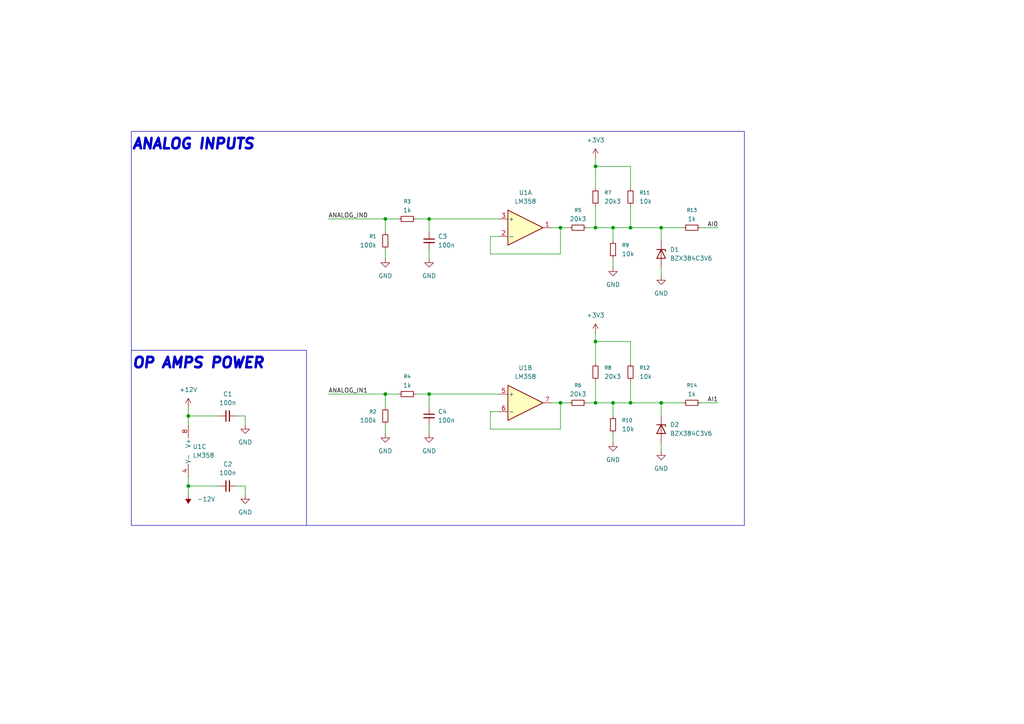
<source format=kicad_sch>
(kicad_sch (version 20250114) (generator "eeschema") (generator_version "9.0")
  (paper "A4")
  (title_block (title "PLC on STM - Analog IO Shield") (date "2025-12-27") (company "Author: Grzegorz Potocki"))
  (lib_symbols
    (symbol "Amplifier_Operational:LM358" (pin_names (offset 0.127))
      (property "Reference" "U" (at 0 5.08 0))
      (property "Value" "LM358" (at 0 -5.08 0))
      (symbol "LM358_1_1"
        (polyline (pts (xy -5.08 5.08) (xy 5.08 0) (xy -5.08 -5.08) (xy -5.08 5.08)) (stroke (width 0.254)) (fill (type background)))
        (pin input line (at -7.62 2.54 0) (length 2.54) (name "+") (number "3"))
        (pin input line (at -7.62 -2.54 0) (length 2.54) (name "-") (number "2"))
        (pin output line (at 7.62 0 180) (length 2.54) (name "~") (number "1"))
      )
      (symbol "LM358_2_1"
        (polyline (pts (xy -5.08 5.08) (xy 5.08 0) (xy -5.08 -5.08) (xy -5.08 5.08)) (stroke (width 0.254)) (fill (type background)))
        (pin input line (at -7.62 2.54 0) (length 2.54) (name "+") (number "5"))
        (pin input line (at -7.62 -2.54 0) (length 2.54) (name "-") (number "6"))
        (pin output line (at 7.62 0 180) (length 2.54) (name "~") (number "7"))
      )
      (symbol "LM358_3_1"
        (pin power_in line (at -2.54 7.62 270) (length 3.81) (name "V+") (number "8"))
        (pin power_in line (at -2.54 -7.62 90) (length 3.81) (name "V-") (number "4"))
      )
    )
    (symbol "Device:C_Small" (pin_numbers (hide yes)) (pin_names (offset 0.254) (hide yes))
      (property "Reference" "C" (at 0.254 1.778 0))
      (property "Value" "C_Small" (at 0.254 -2.032 0))
      (symbol "C_Small_0_1"
        (polyline (pts (xy -1.524 0.508) (xy 1.524 0.508)) (stroke (width 0.3048)))
        (polyline (pts (xy -1.524 -0.508) (xy 1.524 -0.508)) (stroke (width 0.3302)))
      )
      (symbol "C_Small_1_1"
        (pin passive line (at 0 2.54 270) (length 2.032) (name "~") (number "1"))
        (pin passive line (at 0 -2.54 90) (length 2.032) (name "~") (number "2"))
      )
    )
    (symbol "Diode:BZX384xxxx" (pin_numbers (hide yes)) (pin_names (hide yes))
      (property "Reference" "D" (at 0 2.54 0))
      (property "Value" "BZX384xxxx" (at 0 -2.54 0))
      (symbol "BZX384xxxx_0_1"
        (polyline (pts (xy -1.27 -1.27) (xy -1.27 1.27) (xy -0.762 1.27)) (stroke (width 0.254)))
        (polyline (pts (xy 1.27 0) (xy -1.27 0)))
        (polyline (pts (xy 1.27 -1.27) (xy 1.27 1.27) (xy -1.27 0) (xy 1.27 -1.27)) (stroke (width 0.254)))
      )
      (symbol "BZX384xxxx_1_1"
        (pin passive line (at -3.81 0 0) (length 2.54) (name "K") (number "1"))
        (pin passive line (at 3.81 0 180) (length 2.54) (name "A") (number "2"))
      )
    )
    (symbol "R_Small_1" (pin_numbers (hide yes)) (pin_names (offset 0.254) (hide yes))
      (property "Reference" "R" (at 0 0 90))
      (property "Value" "R_Small" (at 1.778 0 90))
      (symbol "R_Small_1_0_1"
        (rectangle (start -0.762 1.778) (end 0.762 -1.778) (stroke (width 0.2032)))
      )
      (symbol "R_Small_1_1_1"
        (pin passive line (at 0 2.54 270) (length 0.762) (name "~") (number "1"))
        (pin passive line (at 0 -2.54 90) (length 0.762) (name "~") (number "2"))
      )
    )
    (symbol "power:+12V" (power) (pin_numbers (hide yes)) (pin_names (offset 0) (hide yes))
      (property "Value" "+12V" (at 0 3.556 0))
      (symbol "+12V_0_1"
        (polyline (pts (xy -0.762 1.27) (xy 0 2.54)))
        (polyline (pts (xy 0 2.54) (xy 0.762 1.27)))
        (polyline (pts (xy 0 0) (xy 0 2.54)))
      )
      (symbol "+12V_1_1"
        (pin power_in line (at 0 0 90) (length 0) (name "~") (number "1"))
      )
    )
    (symbol "power:+3V3" (power) (pin_numbers (hide yes)) (pin_names (offset 0) (hide yes))
      (property "Value" "+3V3" (at 0 3.556 0))
      (symbol "+3V3_0_1"
        (polyline (pts (xy -0.762 1.27) (xy 0 2.54)))
        (polyline (pts (xy 0 2.54) (xy 0.762 1.27)))
        (polyline (pts (xy 0 0) (xy 0 2.54)))
      )
      (symbol "+3V3_1_1"
        (pin power_in line (at 0 0 90) (length 0) (name "~") (number "1"))
      )
    )
    (symbol "power:-12V" (power) (pin_numbers (hide yes)) (pin_names (offset 0) (hide yes))
      (property "Value" "-12V" (at 0 3.556 0))
      (symbol "-12V_0_0"
        (pin power_in line (at 0 0 90) (length 0) (name "~") (number "1"))
      )
      (symbol "-12V_0_1"
        (polyline (pts (xy 0 0) (xy 0 1.27) (xy 0.762 1.27) (xy 0 2.54) (xy -0.762 1.27) (xy 0 1.27)) (fill (type outline)))
      )
    )
    (symbol "power:GND" (power) (pin_numbers (hide yes)) (pin_names (offset 0) (hide yes))
      (property "Value" "GND" (at 0 -3.81 0))
      (symbol "GND_0_1"
        (polyline (pts (xy 0 0) (xy 0 -1.27) (xy 1.27 -1.27) (xy 0 -2.54) (xy -1.27 -1.27) (xy 0 -1.27)))
      )
      (symbol "GND_1_1"
        (pin power_in line (at 0 0 270) (length 0) (name "~") (number "1"))
      )
    )
  )
  (rectangle (start 38.1 38.1) (end 215.9 152.4))
  (text "OP AMPS POWER" (at 38.1 105.41 0) (effects (font (size 3 3) (thickness 2) (bold yes) (italic yes)) (justify left)))
  (text "ANALOG INPUTS" (at 38.1 41.91 0) (effects (font (size 3 3) (thickness 2) (bold yes) (italic yes)) (justify left)))
  (junction (at 54.61 140.97))
  (junction (at 111.76 114.3))
  (junction (at 162.56 116.84))
  (junction (at 172.72 48.26))
  (junction (at 162.56 66.04))
  (junction (at 124.46 63.5))
  (junction (at 124.46 114.3))
  (junction (at 191.77 116.84))
  (junction (at 54.61 120.65))
  (junction (at 182.88 66.04))
  (junction (at 172.72 116.84))
  (junction (at 182.88 116.84))
  (junction (at 191.77 66.04))
  (junction (at 177.8 66.04))
  (junction (at 177.8 116.84))
  (junction (at 111.76 63.5))
  (junction (at 172.72 99.06))
  (junction (at 172.72 66.04))
  (wire (pts (xy 172.72 99.06) (xy 182.88 99.06)))
  (wire (pts (xy 54.61 118.11) (xy 54.61 120.65)))
  (wire (pts (xy 162.56 73.66) (xy 162.56 66.04)))
  (wire (pts (xy 120.65 63.5) (xy 124.46 63.5)))
  (wire (pts (xy 54.61 138.43) (xy 54.61 140.97)))
  (wire (pts (xy 54.61 120.65) (xy 54.61 123.19)))
  (wire (pts (xy 111.76 63.5) (xy 115.57 63.5)))
  (wire (pts (xy 111.76 72.39) (xy 111.76 74.93)))
  (wire (pts (xy 172.72 116.84) (xy 177.8 116.84)))
  (wire (pts (xy 142.24 124.46) (xy 162.56 124.46)))
  (wire (pts (xy 191.77 66.04) (xy 191.77 69.85)))
  (wire (pts (xy 177.8 74.93) (xy 177.8 77.47)))
  (wire (pts (xy 142.24 73.66) (xy 162.56 73.66)))
  (wire (pts (xy 95.25 63.5) (xy 111.76 63.5)))
  (wire (pts (xy 191.77 77.47) (xy 191.77 80.01)))
  (wire (pts (xy 162.56 124.46) (xy 162.56 116.84)))
  (wire (pts (xy 111.76 123.19) (xy 111.76 125.73)))
  (wire (pts (xy 177.8 125.73) (xy 177.8 128.27)))
  (wire (pts (xy 124.46 72.39) (xy 124.46 74.93)))
  (wire (pts (xy 71.12 120.65) (xy 71.12 123.19)))
  (wire (pts (xy 177.8 116.84) (xy 182.88 116.84)))
  (wire (pts (xy 182.88 66.04) (xy 191.77 66.04)))
  (wire (pts (xy 191.77 128.27) (xy 191.77 130.81)))
  (wire (pts (xy 124.46 123.19) (xy 124.46 125.73)))
  (wire (pts (xy 124.46 114.3) (xy 124.46 118.11)))
  (wire (pts (xy 172.72 45.72) (xy 172.72 48.26)))
  (wire (pts (xy 172.72 66.04) (xy 177.8 66.04)))
  (wire (pts (xy 160.02 116.84) (xy 162.56 116.84)))
  (wire (pts (xy 111.76 63.5) (xy 111.76 67.31)))
  (wire (pts (xy 142.24 68.58) (xy 142.24 73.66)))
  (wire (pts (xy 191.77 66.04) (xy 198.12 66.04)))
  (wire (pts (xy 111.76 114.3) (xy 115.57 114.3)))
  (wire (pts (xy 142.24 119.38) (xy 142.24 124.46)))
  (wire (pts (xy 162.56 66.04) (xy 165.1 66.04)))
  (wire (pts (xy 172.72 110.49) (xy 172.72 116.84)))
  (wire (pts (xy 203.2 116.84) (xy 208.28 116.84)))
  (wire (pts (xy 144.78 119.38) (xy 142.24 119.38)))
  (wire (pts (xy 54.61 140.97) (xy 63.5 140.97)))
  (wire (pts (xy 191.77 116.84) (xy 198.12 116.84)))
  (wire (pts (xy 172.72 59.69) (xy 172.72 66.04)))
  (wire (pts (xy 203.2 66.04) (xy 208.28 66.04)))
  (polyline (pts (xy 38.1 101.6) (xy 88.9 101.6)))
  (wire (pts (xy 177.8 66.04) (xy 177.8 69.85)))
  (wire (pts (xy 182.88 48.26) (xy 182.88 54.61)))
  (wire (pts (xy 144.78 68.58) (xy 142.24 68.58)))
  (wire (pts (xy 111.76 114.3) (xy 111.76 118.11)))
  (wire (pts (xy 182.88 99.06) (xy 182.88 105.41)))
  (wire (pts (xy 191.77 116.84) (xy 191.77 120.65)))
  (wire (pts (xy 182.88 116.84) (xy 191.77 116.84)))
  (wire (pts (xy 177.8 66.04) (xy 182.88 66.04)))
  (wire (pts (xy 182.88 110.49) (xy 182.88 116.84)))
  (wire (pts (xy 177.8 116.84) (xy 177.8 120.65)))
  (polyline (pts (xy 88.9 152.4) (xy 88.9 101.6)))
  (wire (pts (xy 124.46 114.3) (xy 144.78 114.3)))
  (wire (pts (xy 172.72 96.52) (xy 172.72 99.06)))
  (wire (pts (xy 120.65 114.3) (xy 124.46 114.3)))
  (wire (pts (xy 170.18 66.04) (xy 172.72 66.04)))
  (wire (pts (xy 172.72 99.06) (xy 172.72 105.41)))
  (wire (pts (xy 68.58 120.65) (xy 71.12 120.65)))
  (wire (pts (xy 170.18 116.84) (xy 172.72 116.84)))
  (wire (pts (xy 172.72 48.26) (xy 182.88 48.26)))
  (wire (pts (xy 182.88 59.69) (xy 182.88 66.04)))
  (wire (pts (xy 71.12 140.97) (xy 71.12 143.51)))
  (wire (pts (xy 68.58 140.97) (xy 71.12 140.97)))
  (wire (pts (xy 54.61 120.65) (xy 63.5 120.65)))
  (wire (pts (xy 124.46 63.5) (xy 144.78 63.5)))
  (wire (pts (xy 160.02 66.04) (xy 162.56 66.04)))
  (wire (pts (xy 95.25 114.3) (xy 111.76 114.3)))
  (wire (pts (xy 54.61 140.97) (xy 54.61 143.51)))
  (wire (pts (xy 162.56 116.84) (xy 165.1 116.84)))
  (wire (pts (xy 172.72 48.26) (xy 172.72 54.61)))
  (wire (pts (xy 124.46 63.5) (xy 124.46 67.31)))
  (label "AI1" (at 208.28 116.84 180))
  (label "AI0" (at 208.28 66.04 180))
  (label "ANALOG_IN0" (at 95.25 63.5 0))
  (label "ANALOG_IN1" (at 95.25 114.3 0))
  (symbol (lib_id "power:GND") (at 71.12 123.19 0) (unit 1)
    (property "Reference" "#PWR03" (effects (hide yes)))
    (property "Value" "GND" (at 71.12 128.27 0))
    (property "Description" "Power symbol creates a global label with name \"GND\" , ground" (effects (hide yes)))
  )
  (symbol (lib_name "R_Small_1") (lib_id "Device:R_Small") (at 167.64 116.84 90) (unit 1)
    (property "Reference" "R6" (at 167.64 111.76 90) (effects (font (size 1.016 1.016))))
    (property "Value" "20k3" (at 167.64 114.3 90))
    (property "Footprint" "Resistor_SMD:R_0603_1608Metric_Pad0.98x0.95mm_HandSolder" (effects (hide yes)))
    (property "Datasheet" "https://www.vishay.com/docs/20035/dcrcwe3.pdf" (effects (hide yes)))
    (property "Description" "Resistor, small symbol" (effects (hide yes)))
    (property "Mouser Part Number" "71-CRCW06031K00FKED" (effects (hide yes)))
    (property "Mouser Price/Stock" "https://www.mouser.pl/ProductDetail/Vishay-Dale/CRCW06031K00FKED?qs=sGAEpiMZZMtlubZbdhIBIKbhzOdzan%2FGTch9K0lp5pQ%3D" (effects (hide yes)))
  )
  (symbol (lib_id "power:GND") (at 111.76 125.73 0) (unit 1)
    (property "Reference" "#PWR06" (effects (hide yes)))
    (property "Value" "GND" (at 111.76 130.81 0))
    (property "Description" "Power symbol creates a global label with name \"GND\" , ground" (effects (hide yes)))
  )
  (symbol (lib_name "R_Small_1") (lib_id "Device:R_Small") (at 182.88 57.15 180) (unit 1)
    (property "Reference" "R11" (at 185.42 55.8799 0) (effects (font (size 1.016 1.016)) (justify right)))
    (property "Value" "10k" (at 185.42 58.4199 0) (effects (justify right)))
    (property "Footprint" "Resistor_SMD:R_0603_1608Metric_Pad0.98x0.95mm_HandSolder" (effects (hide yes)))
    (property "Datasheet" "https://www.vishay.com/docs/20035/dcrcwe3.pdf" (effects (hide yes)))
    (property "Description" "Resistor, small symbol" (effects (hide yes)))
    (property "Mouser Part Number" "71-CRCW06031K00FKED" (effects (hide yes)))
    (property "Mouser Price/Stock" "https://www.mouser.pl/ProductDetail/Vishay-Dale/CRCW06031K00FKED?qs=sGAEpiMZZMtlubZbdhIBIKbhzOdzan%2FGTch9K0lp5pQ%3D" (effects (hide yes)))
  )
  (symbol (lib_name "R_Small_1") (lib_id "Device:R_Small") (at 177.8 123.19 180) (unit 1)
    (property "Reference" "R10" (at 180.34 121.9199 0) (effects (font (size 1.016 1.016)) (justify right)))
    (property "Value" "10k" (at 180.34 124.4599 0) (effects (justify right)))
    (property "Footprint" "Resistor_SMD:R_0603_1608Metric_Pad0.98x0.95mm_HandSolder" (effects (hide yes)))
    (property "Datasheet" "https://www.vishay.com/docs/20035/dcrcwe3.pdf" (effects (hide yes)))
    (property "Description" "Resistor, small symbol" (effects (hide yes)))
    (property "Mouser Part Number" "71-CRCW06031K00FKED" (effects (hide yes)))
    (property "Mouser Price/Stock" "https://www.mouser.pl/ProductDetail/Vishay-Dale/CRCW06031K00FKED?qs=sGAEpiMZZMtlubZbdhIBIKbhzOdzan%2FGTch9K0lp5pQ%3D" (effects (hide yes)))
  )
  (symbol (lib_id "power:GND") (at 71.12 143.51 0) (unit 1)
    (property "Reference" "#PWR04" (effects (hide yes)))
    (property "Value" "GND" (at 71.12 148.59 0))
    (property "Description" "Power symbol creates a global label with name \"GND\" , ground" (effects (hide yes)))
  )
  (symbol (lib_id "power:-12V") (at 54.61 143.51 180) (unit 1)
    (property "Reference" "#PWR02" (effects (hide yes)))
    (property "Value" "-12V" (at 57.15 144.7799 0) (effects (justify right)))
    (property "Description" "Power symbol creates a global label with name \"-12V\"" (effects (hide yes)))
  )
  (symbol (lib_name "R_Small_1") (lib_id "Device:R_Small") (at 167.64 66.04 90) (unit 1)
    (property "Reference" "R5" (at 167.64 60.96 90) (effects (font (size 1.016 1.016))))
    (property "Value" "20k3" (at 167.64 63.5 90))
    (property "Footprint" "Resistor_SMD:R_0603_1608Metric_Pad0.98x0.95mm_HandSolder" (effects (hide yes)))
    (property "Datasheet" "https://www.vishay.com/docs/20035/dcrcwe3.pdf" (effects (hide yes)))
    (property "Description" "Resistor, small symbol" (effects (hide yes)))
    (property "Mouser Part Number" "71-CRCW06031K00FKED" (effects (hide yes)))
    (property "Mouser Price/Stock" "https://www.mouser.pl/ProductDetail/Vishay-Dale/CRCW06031K00FKED?qs=sGAEpiMZZMtlubZbdhIBIKbhzOdzan%2FGTch9K0lp5pQ%3D" (effects (hide yes)))
  )
  (symbol (lib_id "Device:C_Small") (at 66.04 140.97 90) (unit 1)
    (property "Reference" "C2" (at 66.0463 134.62 90))
    (property "Value" "100n" (at 66.0463 137.16 90))
    (property "Description" "Unpolarized capacitor, small symbol" (effects (hide yes)))
  )
  (symbol (lib_id "power:GND") (at 191.77 130.81 0) (unit 1)
    (property "Reference" "#PWR014" (effects (hide yes)))
    (property "Value" "GND" (at 191.77 135.89 0))
    (property "Description" "Power symbol creates a global label with name \"GND\" , ground" (effects (hide yes)))
  )
  (symbol (lib_name "R_Small_1") (lib_id "Device:R_Small") (at 177.8 72.39 180) (unit 1)
    (property "Reference" "R9" (at 180.34 71.1199 0) (effects (font (size 1.016 1.016)) (justify right)))
    (property "Value" "10k" (at 180.34 73.6599 0) (effects (justify right)))
    (property "Footprint" "Resistor_SMD:R_0603_1608Metric_Pad0.98x0.95mm_HandSolder" (effects (hide yes)))
    (property "Datasheet" "https://www.vishay.com/docs/20035/dcrcwe3.pdf" (effects (hide yes)))
    (property "Description" "Resistor, small symbol" (effects (hide yes)))
    (property "Mouser Part Number" "71-CRCW06031K00FKED" (effects (hide yes)))
    (property "Mouser Price/Stock" "https://www.mouser.pl/ProductDetail/Vishay-Dale/CRCW06031K00FKED?qs=sGAEpiMZZMtlubZbdhIBIKbhzOdzan%2FGTch9K0lp5pQ%3D" (effects (hide yes)))
  )
  (symbol (lib_id "power:GND") (at 124.46 74.93 0) (unit 1)
    (property "Reference" "#PWR07" (effects (hide yes)))
    (property "Value" "GND" (at 124.46 80.01 0))
    (property "Description" "Power symbol creates a global label with name \"GND\" , ground" (effects (hide yes)))
  )
  (symbol (lib_id "power:GND") (at 177.8 128.27 0) (unit 1)
    (property "Reference" "#PWR012" (effects (hide yes)))
    (property "Value" "GND" (at 177.8 133.35 0))
    (property "Description" "Power symbol creates a global label with name \"GND\" , ground" (effects (hide yes)))
  )
  (symbol (lib_id "Diode:BZX384xxxx") (at 191.77 124.46 270) (unit 1)
    (property "Reference" "D2" (at 194.31 123.1899 90) (effects (justify left)))
    (property "Value" "BZX384C3V6" (at 194.31 125.7299 90) (effects (justify left)))
    (property "Footprint" "Diode_SMD:D_SOD-323" (effects (hide yes)))
    (property "Description" "300mW Zener Diode, SOD-323" (effects (hide yes)))
    (property "Mouser Part Number" "78-BZX384C3V6-HE3-08" (effects (hide yes)))
    (property "Mouser Price/Stock" "https://www.mouser.pl/ProductDetail/Vishay-Semiconductors/BZX384C3V6-HE3-08?qs=gwusIctiSnCVGFVBME5s5w%3D%3D&srsltid=AfmBOorxrg6jeLvhfnZEGIWpZNobsyHrfPmTtFgfSVVToCfIrChL9TEA" (effects (hide yes)))
  )
  (symbol (lib_name "R_Small_1") (lib_id "Device:R_Small") (at 182.88 107.95 180) (unit 1)
    (property "Reference" "R12" (at 185.42 106.6799 0) (effects (font (size 1.016 1.016)) (justify right)))
    (property "Value" "10k" (at 185.42 109.2199 0) (effects (justify right)))
    (property "Footprint" "Resistor_SMD:R_0603_1608Metric_Pad0.98x0.95mm_HandSolder" (effects (hide yes)))
    (property "Datasheet" "https://www.vishay.com/docs/20035/dcrcwe3.pdf" (effects (hide yes)))
    (property "Description" "Resistor, small symbol" (effects (hide yes)))
    (property "Mouser Part Number" "71-CRCW06031K00FKED" (effects (hide yes)))
    (property "Mouser Price/Stock" "https://www.mouser.pl/ProductDetail/Vishay-Dale/CRCW06031K00FKED?qs=sGAEpiMZZMtlubZbdhIBIKbhzOdzan%2FGTch9K0lp5pQ%3D" (effects (hide yes)))
  )
  (symbol (lib_name "R_Small_1") (lib_id "Device:R_Small") (at 200.66 66.04 90) (unit 1)
    (property "Reference" "R13" (at 200.66 60.96 90) (effects (font (size 1.016 1.016))))
    (property "Value" "1k" (at 200.66 63.5 90))
    (property "Footprint" "Resistor_SMD:R_0603_1608Metric_Pad0.98x0.95mm_HandSolder" (effects (hide yes)))
    (property "Datasheet" "https://www.vishay.com/docs/20035/dcrcwe3.pdf" (effects (hide yes)))
    (property "Description" "Resistor, small symbol" (effects (hide yes)))
    (property "Mouser Part Number" "71-CRCW06031K00FKED" (effects (hide yes)))
    (property "Mouser Price/Stock" "https://www.mouser.pl/ProductDetail/Vishay-Dale/CRCW06031K00FKED?qs=sGAEpiMZZMtlubZbdhIBIKbhzOdzan%2FGTch9K0lp5pQ%3D" (effects (hide yes)))
  )
  (symbol (lib_id "power:GND") (at 124.46 125.73 0) (unit 1)
    (property "Reference" "#PWR08" (effects (hide yes)))
    (property "Value" "GND" (at 124.46 130.81 0))
    (property "Description" "Power symbol creates a global label with name \"GND\" , ground" (effects (hide yes)))
  )
  (symbol (lib_name "R_Small_1") (lib_id "Device:R_Small") (at 118.11 63.5 90) (unit 1)
    (property "Reference" "R3" (at 118.11 58.42 90) (effects (font (size 1.016 1.016))))
    (property "Value" "1k" (at 118.11 60.96 90))
    (property "Footprint" "Resistor_SMD:R_0603_1608Metric_Pad0.98x0.95mm_HandSolder" (effects (hide yes)))
    (property "Datasheet" "https://www.vishay.com/docs/20035/dcrcwe3.pdf" (effects (hide yes)))
    (property "Description" "Resistor, small symbol" (effects (hide yes)))
    (property "Mouser Part Number" "71-CRCW06031K00FKED" (effects (hide yes)))
    (property "Mouser Price/Stock" "https://www.mouser.pl/ProductDetail/Vishay-Dale/CRCW06031K00FKED?qs=sGAEpiMZZMtlubZbdhIBIKbhzOdzan%2FGTch9K0lp5pQ%3D" (effects (hide yes)))
  )
  (symbol (lib_name "R_Small_1") (lib_id "Device:R_Small") (at 111.76 120.65 0) (mirror x) (unit 1)
    (property "Reference" "R2" (at 109.22 119.3799 0) (effects (font (size 1.016 1.016)) (justify right)))
    (property "Value" "100k" (at 109.22 121.9199 0) (effects (justify right)))
    (property "Footprint" "Resistor_SMD:R_0603_1608Metric_Pad0.98x0.95mm_HandSolder" (effects (hide yes)))
    (property "Datasheet" "https://www.koaspeer.com/pdfs/RK73B.pdf" (effects (hide yes)))
    (property "Description" "Resistor, small symbol" (effects (hide yes)))
    (property "Mouser Part Number" "603-RT0603DRE07100KL" (effects (hide yes)))
    (property "Mouser Price/Stock" "https://www.mouser.pl/ProductDetail/KOA-Speer/RK73B1JTTD104J?qs=sGAEpiMZZMvdGkrng054t2HaaJFon%252B0pQ1vDU7rpyKc%3D" (effects (hide yes)))
  )
  (symbol (lib_id "power:GND") (at 191.77 80.01 0) (unit 1)
    (property "Reference" "#PWR013" (effects (hide yes)))
    (property "Value" "GND" (at 191.77 85.09 0))
    (property "Description" "Power symbol creates a global label with name \"GND\" , ground" (effects (hide yes)))
  )
  (symbol (lib_id "Amplifier_Operational:LM358") (at 152.4 116.84 0) (unit 2)
    (property "Reference" "U1" (at 152.4 106.68 0))
    (property "Value" "LM358" (at 152.4 109.22 0))
    (property "Datasheet" "http://www.ti.com/lit/ds/symlink/lm2904-n.pdf" (effects (hide yes)))
    (property "Description" "Low-Power, Dual Operational Amplifiers, DIP-8/SOIC-8/TO-99-8" (effects (hide yes)))
  )
  (symbol (lib_id "power:+12V") (at 54.61 118.11 0) (unit 1)
    (property "Reference" "#PWR01" (effects (hide yes)))
    (property "Value" "+12V" (at 54.61 113.03 0))
    (property "Description" "Power symbol creates a global label with name \"+12V\"" (effects (hide yes)))
  )
  (symbol (lib_id "power:+3V3") (at 172.72 45.72 0) (unit 1)
    (property "Reference" "#PWR09" (effects (hide yes)))
    (property "Value" "+3V3" (at 172.72 40.64 0))
    (property "Description" "Power symbol creates a global label with name \"+3V3\"" (effects (hide yes)))
  )
  (symbol (lib_name "R_Small_1") (lib_id "Device:R_Small") (at 118.11 114.3 90) (unit 1)
    (property "Reference" "R4" (at 118.11 109.22 90) (effects (font (size 1.016 1.016))))
    (property "Value" "1k" (at 118.11 111.76 90))
    (property "Footprint" "Resistor_SMD:R_0603_1608Metric_Pad0.98x0.95mm_HandSolder" (effects (hide yes)))
    (property "Datasheet" "https://www.vishay.com/docs/20035/dcrcwe3.pdf" (effects (hide yes)))
    (property "Description" "Resistor, small symbol" (effects (hide yes)))
    (property "Mouser Part Number" "71-CRCW06031K00FKED" (effects (hide yes)))
    (property "Mouser Price/Stock" "https://www.mouser.pl/ProductDetail/Vishay-Dale/CRCW06031K00FKED?qs=sGAEpiMZZMtlubZbdhIBIKbhzOdzan%2FGTch9K0lp5pQ%3D" (effects (hide yes)))
  )
  (symbol (lib_id "power:+3V3") (at 172.72 96.52 0) (unit 1)
    (property "Reference" "#PWR010" (effects (hide yes)))
    (property "Value" "+3V3" (at 172.72 91.44 0))
    (property "Description" "Power symbol creates a global label with name \"+3V3\"" (effects (hide yes)))
  )
  (symbol (lib_id "Device:C_Small") (at 66.04 120.65 90) (unit 1)
    (property "Reference" "C1" (at 66.0463 114.3 90))
    (property "Value" "100n" (at 66.0463 116.84 90))
    (property "Description" "Unpolarized capacitor, small symbol" (effects (hide yes)))
  )
  (symbol (lib_id "Amplifier_Operational:LM358") (at 152.4 66.04 0) (unit 1)
    (property "Reference" "U1" (at 152.4 55.88 0))
    (property "Value" "LM358" (at 152.4 58.42 0))
    (property "Datasheet" "http://www.ti.com/lit/ds/symlink/lm2904-n.pdf" (effects (hide yes)))
    (property "Description" "Low-Power, Dual Operational Amplifiers, DIP-8/SOIC-8/TO-99-8" (effects (hide yes)))
  )
  (symbol (lib_id "Diode:BZX384xxxx") (at 191.77 73.66 270) (unit 1)
    (property "Reference" "D1" (at 194.31 72.3899 90) (effects (justify left)))
    (property "Value" "BZX384C3V6" (at 194.31 74.9299 90) (effects (justify left)))
    (property "Footprint" "Diode_SMD:D_SOD-323" (effects (hide yes)))
    (property "Description" "300mW Zener Diode, SOD-323" (effects (hide yes)))
    (property "Mouser Part Number" "78-BZX384C3V6-HE3-08" (effects (hide yes)))
    (property "Mouser Price/Stock" "https://www.mouser.pl/ProductDetail/Vishay-Semiconductors/BZX384C3V6-HE3-08?qs=gwusIctiSnCVGFVBME5s5w%3D%3D&srsltid=AfmBOorxrg6jeLvhfnZEGIWpZNobsyHrfPmTtFgfSVVToCfIrChL9TEA" (effects (hide yes)))
  )
  (symbol (lib_id "power:GND") (at 177.8 77.47 0) (unit 1)
    (property "Reference" "#PWR011" (effects (hide yes)))
    (property "Value" "GND" (at 177.8 82.55 0))
    (property "Description" "Power symbol creates a global label with name \"GND\" , ground" (effects (hide yes)))
  )
  (symbol (lib_name "R_Small_1") (lib_id "Device:R_Small") (at 200.66 116.84 90) (unit 1)
    (property "Reference" "R14" (at 200.66 111.76 90) (effects (font (size 1.016 1.016))))
    (property "Value" "1k" (at 200.66 114.3 90))
    (property "Footprint" "Resistor_SMD:R_0603_1608Metric_Pad0.98x0.95mm_HandSolder" (effects (hide yes)))
    (property "Datasheet" "https://www.vishay.com/docs/20035/dcrcwe3.pdf" (effects (hide yes)))
    (property "Description" "Resistor, small symbol" (effects (hide yes)))
    (property "Mouser Part Number" "71-CRCW06031K00FKED" (effects (hide yes)))
    (property "Mouser Price/Stock" "https://www.mouser.pl/ProductDetail/Vishay-Dale/CRCW06031K00FKED?qs=sGAEpiMZZMtlubZbdhIBIKbhzOdzan%2FGTch9K0lp5pQ%3D" (effects (hide yes)))
  )
  (symbol (lib_id "Amplifier_Operational:LM358") (at 57.15 130.81 0) (unit 3)
    (property "Reference" "U1" (at 55.88 129.5399 0) (effects (justify left)))
    (property "Value" "LM358" (at 55.88 132.0799 0) (effects (justify left)))
    (property "Datasheet" "http://www.ti.com/lit/ds/symlink/lm2904-n.pdf" (effects (hide yes)))
    (property "Description" "Low-Power, Dual Operational Amplifiers, DIP-8/SOIC-8/TO-99-8" (effects (hide yes)))
  )
  (symbol (lib_name "R_Small_1") (lib_id "Device:R_Small") (at 111.76 69.85 0) (mirror x) (unit 1)
    (property "Reference" "R1" (at 109.22 68.5799 0) (effects (font (size 1.016 1.016)) (justify right)))
    (property "Value" "100k" (at 109.22 71.1199 0) (effects (justify right)))
    (property "Footprint" "Resistor_SMD:R_0603_1608Metric_Pad0.98x0.95mm_HandSolder" (effects (hide yes)))
    (property "Datasheet" "https://www.koaspeer.com/pdfs/RK73B.pdf" (effects (hide yes)))
    (property "Description" "Resistor, small symbol" (effects (hide yes)))
    (property "Mouser Part Number" "603-RT0603DRE07100KL" (effects (hide yes)))
    (property "Mouser Price/Stock" "https://www.mouser.pl/ProductDetail/KOA-Speer/RK73B1JTTD104J?qs=sGAEpiMZZMvdGkrng054t2HaaJFon%252B0pQ1vDU7rpyKc%3D" (effects (hide yes)))
  )
  (symbol (lib_id "Device:C_Small") (at 124.46 120.65 0) (unit 1)
    (property "Reference" "C4" (at 127 119.3863 0) (effects (justify left)))
    (property "Value" "100n" (at 127 121.9263 0) (effects (justify left)))
    (property "Footprint" "Capacitor_SMD:C_0603_1608Metric_Pad1.08x0.95mm_HandSolder" (effects (hide yes)))
    (property "Datasheet" "https://search.murata.co.jp/Ceramy/image/img/A01X/G101/ENG/GRM033R6YA104ME14-01A.pdf" (effects (hide yes)))
    (property "m" "C0603C104K5RAC3121" (effects (hide yes)))
    (property "Mouser Price/Stock" "https://www.mouser.pl/ProductDetail/Murata-Electronics/GRM033R6YA104ME14D?qs=P%2FC4Eoq9CDwjSVlAMBrT%252Bw%3D%3D" (effects (hide yes)))
    (property "Mouser Part Number" "GRM033R6YA104ME14D" (effects (hide yes)))
  )
  (symbol (lib_name "R_Small_1") (lib_id "Device:R_Small") (at 172.72 57.15 180) (unit 1)
    (property "Reference" "R7" (at 175.26 55.8799 0) (effects (font (size 1.016 1.016)) (justify right)))
    (property "Value" "20k3" (at 175.26 58.4199 0) (effects (justify right)))
    (property "Footprint" "Resistor_SMD:R_0603_1608Metric_Pad0.98x0.95mm_HandSolder" (effects (hide yes)))
    (property "Datasheet" "https://www.vishay.com/docs/20035/dcrcwe3.pdf" (effects (hide yes)))
    (property "Description" "Resistor, small symbol" (effects (hide yes)))
    (property "Mouser Part Number" "71-CRCW06031K00FKED" (effects (hide yes)))
    (property "Mouser Price/Stock" "https://www.mouser.pl/ProductDetail/Vishay-Dale/CRCW06031K00FKED?qs=sGAEpiMZZMtlubZbdhIBIKbhzOdzan%2FGTch9K0lp5pQ%3D" (effects (hide yes)))
  )
  (symbol (lib_id "power:GND") (at 111.76 74.93 0) (unit 1)
    (property "Reference" "#PWR05" (effects (hide yes)))
    (property "Value" "GND" (at 111.76 80.01 0))
    (property "Description" "Power symbol creates a global label with name \"GND\" , ground" (effects (hide yes)))
  )
  (symbol (lib_name "R_Small_1") (lib_id "Device:R_Small") (at 172.72 107.95 180) (unit 1)
    (property "Reference" "R8" (at 175.26 106.6799 0) (effects (font (size 1.016 1.016)) (justify right)))
    (property "Value" "20k3" (at 175.26 109.2199 0) (effects (justify right)))
    (property "Footprint" "Resistor_SMD:R_0603_1608Metric_Pad0.98x0.95mm_HandSolder" (effects (hide yes)))
    (property "Datasheet" "https://www.vishay.com/docs/20035/dcrcwe3.pdf" (effects (hide yes)))
    (property "Description" "Resistor, small symbol" (effects (hide yes)))
    (property "Mouser Part Number" "71-CRCW06031K00FKED" (effects (hide yes)))
    (property "Mouser Price/Stock" "https://www.mouser.pl/ProductDetail/Vishay-Dale/CRCW06031K00FKED?qs=sGAEpiMZZMtlubZbdhIBIKbhzOdzan%2FGTch9K0lp5pQ%3D" (effects (hide yes)))
  )
  (symbol (lib_id "Device:C_Small") (at 124.46 69.85 0) (unit 1)
    (property "Reference" "C3" (at 127 68.5863 0) (effects (justify left)))
    (property "Value" "100n" (at 127 71.1263 0) (effects (justify left)))
    (property "Footprint" "Capacitor_SMD:C_0603_1608Metric_Pad1.08x0.95mm_HandSolder" (effects (hide yes)))
    (property "Datasheet" "https://search.murata.co.jp/Ceramy/image/img/A01X/G101/ENG/GRM033R6YA104ME14-01A.pdf" (effects (hide yes)))
    (property "m" "C0603C104K5RAC3121" (effects (hide yes)))
    (property "Mouser Price/Stock" "https://www.mouser.pl/ProductDetail/Murata-Electronics/GRM033R6YA104ME14D?qs=P%2FC4Eoq9CDwjSVlAMBrT%252Bw%3D%3D" (effects (hide yes)))
    (property "Mouser Part Number" "GRM033R6YA104ME14D" (effects (hide yes)))
  )
)
</source>
